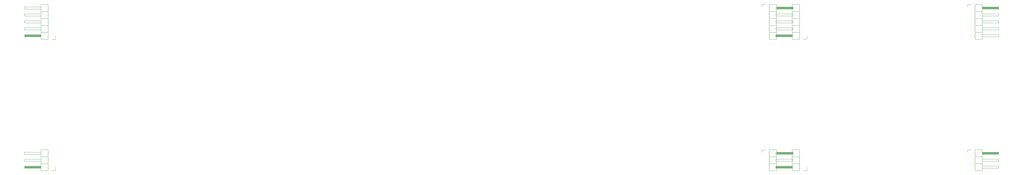
<source format=gto>
G04 #@! TF.GenerationSoftware,KiCad,Pcbnew,8.0.3*
G04 #@! TF.CreationDate,2024-09-06T14:15:15-05:00*
G04 #@! TF.ProjectId,keyboard,6b657962-6f61-4726-942e-6b696361645f,rev?*
G04 #@! TF.SameCoordinates,Original*
G04 #@! TF.FileFunction,Legend,Top*
G04 #@! TF.FilePolarity,Positive*
%FSLAX46Y46*%
G04 Gerber Fmt 4.6, Leading zero omitted, Abs format (unit mm)*
G04 Created by KiCad (PCBNEW 8.0.3) date 2024-09-06 14:15:15*
%MOMM*%
%LPD*%
G01*
G04 APERTURE LIST*
%ADD10C,0.120000*%
%ADD11C,5.100000*%
%ADD12C,1.701800*%
%ADD13C,3.987800*%
%ADD14O,2.700000X1.700000*%
%ADD15C,3.048000*%
%ADD16C,1.524000*%
G04 APERTURE END LIST*
D10*
X35143750Y-112650000D02*
X41143750Y-112650000D01*
X35143750Y-113410000D02*
X35143750Y-112650000D01*
X35143750Y-115190000D02*
X41143750Y-115190000D01*
X35143750Y-115950000D02*
X35143750Y-115190000D01*
X35143750Y-117730000D02*
X41143750Y-117730000D01*
X35143750Y-118490000D02*
X35143750Y-117730000D01*
X35143750Y-120270000D02*
X41143750Y-120270000D01*
X35143750Y-121030000D02*
X35143750Y-120270000D01*
X35143750Y-122810000D02*
X41143750Y-122810000D01*
X35143750Y-123570000D02*
X35143750Y-122810000D01*
X41143750Y-111700000D02*
X41143750Y-124520000D01*
X41143750Y-113410000D02*
X35143750Y-113410000D01*
X41143750Y-115950000D02*
X35143750Y-115950000D01*
X41143750Y-118490000D02*
X35143750Y-118490000D01*
X41143750Y-121030000D02*
X35143750Y-121030000D01*
X41143750Y-122910000D02*
X35143750Y-122910000D01*
X41143750Y-123030000D02*
X35143750Y-123030000D01*
X41143750Y-123150000D02*
X35143750Y-123150000D01*
X41143750Y-123270000D02*
X35143750Y-123270000D01*
X41143750Y-123390000D02*
X35143750Y-123390000D01*
X41143750Y-123510000D02*
X35143750Y-123510000D01*
X41143750Y-123570000D02*
X35143750Y-123570000D01*
X41143750Y-124520000D02*
X43803750Y-124520000D01*
X43803750Y-111700000D02*
X41143750Y-111700000D01*
X43803750Y-114300000D02*
X41143750Y-114300000D01*
X43803750Y-116840000D02*
X41143750Y-116840000D01*
X43803750Y-119380000D02*
X41143750Y-119380000D01*
X43803750Y-121920000D02*
X41143750Y-121920000D01*
X43803750Y-124520000D02*
X43803750Y-111700000D01*
X44133750Y-122810000D02*
X43803750Y-122810000D01*
X44133750Y-123570000D02*
X43803750Y-123570000D01*
X44200821Y-112650000D02*
X43803750Y-112650000D01*
X44200821Y-113410000D02*
X43803750Y-113410000D01*
X44200821Y-115190000D02*
X43803750Y-115190000D01*
X44200821Y-115950000D02*
X43803750Y-115950000D01*
X44200821Y-117730000D02*
X43803750Y-117730000D01*
X44200821Y-118490000D02*
X43803750Y-118490000D01*
X44200821Y-120270000D02*
X43803750Y-120270000D01*
X44200821Y-121030000D02*
X43803750Y-121030000D01*
X46513750Y-123190000D02*
X46513750Y-124460000D01*
X46513750Y-124460000D02*
X45243750Y-124460000D01*
X380911250Y-111760000D02*
X382181250Y-111760000D01*
X380911250Y-113030000D02*
X380911250Y-111760000D01*
X383224179Y-115190000D02*
X383621250Y-115190000D01*
X383224179Y-115950000D02*
X383621250Y-115950000D01*
X383224179Y-117730000D02*
X383621250Y-117730000D01*
X383224179Y-118490000D02*
X383621250Y-118490000D01*
X383224179Y-120270000D02*
X383621250Y-120270000D01*
X383224179Y-121030000D02*
X383621250Y-121030000D01*
X383224179Y-122810000D02*
X383621250Y-122810000D01*
X383224179Y-123570000D02*
X383621250Y-123570000D01*
X383291250Y-112650000D02*
X383621250Y-112650000D01*
X383291250Y-113410000D02*
X383621250Y-113410000D01*
X383621250Y-111700000D02*
X383621250Y-124520000D01*
X383621250Y-114300000D02*
X386281250Y-114300000D01*
X383621250Y-116840000D02*
X386281250Y-116840000D01*
X383621250Y-119380000D02*
X386281250Y-119380000D01*
X383621250Y-121920000D02*
X386281250Y-121920000D01*
X383621250Y-124520000D02*
X386281250Y-124520000D01*
X386281250Y-111700000D02*
X383621250Y-111700000D01*
X386281250Y-112650000D02*
X392281250Y-112650000D01*
X386281250Y-112710000D02*
X392281250Y-112710000D01*
X386281250Y-112830000D02*
X392281250Y-112830000D01*
X386281250Y-112950000D02*
X392281250Y-112950000D01*
X386281250Y-113070000D02*
X392281250Y-113070000D01*
X386281250Y-113190000D02*
X392281250Y-113190000D01*
X386281250Y-113310000D02*
X392281250Y-113310000D01*
X386281250Y-115190000D02*
X392281250Y-115190000D01*
X386281250Y-117730000D02*
X392281250Y-117730000D01*
X386281250Y-120270000D02*
X392281250Y-120270000D01*
X386281250Y-122810000D02*
X392281250Y-122810000D01*
X386281250Y-124520000D02*
X386281250Y-111700000D01*
X392281250Y-112650000D02*
X392281250Y-113410000D01*
X392281250Y-113410000D02*
X386281250Y-113410000D01*
X392281250Y-115190000D02*
X392281250Y-115950000D01*
X392281250Y-115950000D02*
X386281250Y-115950000D01*
X392281250Y-117730000D02*
X392281250Y-118490000D01*
X392281250Y-118490000D02*
X386281250Y-118490000D01*
X392281250Y-120270000D02*
X392281250Y-121030000D01*
X392281250Y-121030000D02*
X386281250Y-121030000D01*
X392281250Y-122810000D02*
X392281250Y-123570000D01*
X392281250Y-123570000D02*
X386281250Y-123570000D01*
X310575000Y-112650000D02*
X316575000Y-112650000D01*
X310575000Y-113410000D02*
X310575000Y-112650000D01*
X310575000Y-115190000D02*
X316575000Y-115190000D01*
X310575000Y-115950000D02*
X310575000Y-115190000D01*
X310575000Y-117730000D02*
X316575000Y-117730000D01*
X310575000Y-118490000D02*
X310575000Y-117730000D01*
X310575000Y-120270000D02*
X316575000Y-120270000D01*
X310575000Y-121030000D02*
X310575000Y-120270000D01*
X310575000Y-122810000D02*
X316575000Y-122810000D01*
X310575000Y-123570000D02*
X310575000Y-122810000D01*
X316575000Y-111700000D02*
X316575000Y-124520000D01*
X316575000Y-113410000D02*
X310575000Y-113410000D01*
X316575000Y-115950000D02*
X310575000Y-115950000D01*
X316575000Y-118490000D02*
X310575000Y-118490000D01*
X316575000Y-121030000D02*
X310575000Y-121030000D01*
X316575000Y-122910000D02*
X310575000Y-122910000D01*
X316575000Y-123030000D02*
X310575000Y-123030000D01*
X316575000Y-123150000D02*
X310575000Y-123150000D01*
X316575000Y-123270000D02*
X310575000Y-123270000D01*
X316575000Y-123390000D02*
X310575000Y-123390000D01*
X316575000Y-123510000D02*
X310575000Y-123510000D01*
X316575000Y-123570000D02*
X310575000Y-123570000D01*
X316575000Y-124520000D02*
X319235000Y-124520000D01*
X319235000Y-111700000D02*
X316575000Y-111700000D01*
X319235000Y-114300000D02*
X316575000Y-114300000D01*
X319235000Y-116840000D02*
X316575000Y-116840000D01*
X319235000Y-119380000D02*
X316575000Y-119380000D01*
X319235000Y-121920000D02*
X316575000Y-121920000D01*
X319235000Y-124520000D02*
X319235000Y-111700000D01*
X319565000Y-122810000D02*
X319235000Y-122810000D01*
X319565000Y-123570000D02*
X319235000Y-123570000D01*
X319632071Y-112650000D02*
X319235000Y-112650000D01*
X319632071Y-113410000D02*
X319235000Y-113410000D01*
X319632071Y-115190000D02*
X319235000Y-115190000D01*
X319632071Y-115950000D02*
X319235000Y-115950000D01*
X319632071Y-117730000D02*
X319235000Y-117730000D01*
X319632071Y-118490000D02*
X319235000Y-118490000D01*
X319632071Y-120270000D02*
X319235000Y-120270000D01*
X319632071Y-121030000D02*
X319235000Y-121030000D01*
X321945000Y-123190000D02*
X321945000Y-124460000D01*
X321945000Y-124460000D02*
X320675000Y-124460000D01*
X305505000Y-165100000D02*
X306775000Y-165100000D01*
X305505000Y-166370000D02*
X305505000Y-165100000D01*
X307817929Y-168530000D02*
X308215000Y-168530000D01*
X307817929Y-169290000D02*
X308215000Y-169290000D01*
X307817929Y-171070000D02*
X308215000Y-171070000D01*
X307817929Y-171830000D02*
X308215000Y-171830000D01*
X307885000Y-165990000D02*
X308215000Y-165990000D01*
X307885000Y-166750000D02*
X308215000Y-166750000D01*
X308215000Y-165040000D02*
X308215000Y-172780000D01*
X308215000Y-167640000D02*
X310875000Y-167640000D01*
X308215000Y-170180000D02*
X310875000Y-170180000D01*
X308215000Y-172780000D02*
X310875000Y-172780000D01*
X310875000Y-165040000D02*
X308215000Y-165040000D01*
X310875000Y-165990000D02*
X316875000Y-165990000D01*
X310875000Y-166050000D02*
X316875000Y-166050000D01*
X310875000Y-166170000D02*
X316875000Y-166170000D01*
X310875000Y-166290000D02*
X316875000Y-166290000D01*
X310875000Y-166410000D02*
X316875000Y-166410000D01*
X310875000Y-166530000D02*
X316875000Y-166530000D01*
X310875000Y-166650000D02*
X316875000Y-166650000D01*
X310875000Y-168530000D02*
X316875000Y-168530000D01*
X310875000Y-171070000D02*
X316875000Y-171070000D01*
X310875000Y-172780000D02*
X310875000Y-165040000D01*
X316875000Y-165990000D02*
X316875000Y-166750000D01*
X316875000Y-166750000D02*
X310875000Y-166750000D01*
X316875000Y-168530000D02*
X316875000Y-169290000D01*
X316875000Y-169290000D02*
X310875000Y-169290000D01*
X316875000Y-171070000D02*
X316875000Y-171830000D01*
X316875000Y-171830000D02*
X310875000Y-171830000D01*
X305505000Y-111760000D02*
X306775000Y-111760000D01*
X305505000Y-113030000D02*
X305505000Y-111760000D01*
X307817929Y-115190000D02*
X308215000Y-115190000D01*
X307817929Y-115950000D02*
X308215000Y-115950000D01*
X307817929Y-117730000D02*
X308215000Y-117730000D01*
X307817929Y-118490000D02*
X308215000Y-118490000D01*
X307817929Y-120270000D02*
X308215000Y-120270000D01*
X307817929Y-121030000D02*
X308215000Y-121030000D01*
X307817929Y-122810000D02*
X308215000Y-122810000D01*
X307817929Y-123570000D02*
X308215000Y-123570000D01*
X307885000Y-112650000D02*
X308215000Y-112650000D01*
X307885000Y-113410000D02*
X308215000Y-113410000D01*
X308215000Y-111700000D02*
X308215000Y-124520000D01*
X308215000Y-114300000D02*
X310875000Y-114300000D01*
X308215000Y-116840000D02*
X310875000Y-116840000D01*
X308215000Y-119380000D02*
X310875000Y-119380000D01*
X308215000Y-121920000D02*
X310875000Y-121920000D01*
X308215000Y-124520000D02*
X310875000Y-124520000D01*
X310875000Y-111700000D02*
X308215000Y-111700000D01*
X310875000Y-112650000D02*
X316875000Y-112650000D01*
X310875000Y-112710000D02*
X316875000Y-112710000D01*
X310875000Y-112830000D02*
X316875000Y-112830000D01*
X310875000Y-112950000D02*
X316875000Y-112950000D01*
X310875000Y-113070000D02*
X316875000Y-113070000D01*
X310875000Y-113190000D02*
X316875000Y-113190000D01*
X310875000Y-113310000D02*
X316875000Y-113310000D01*
X310875000Y-115190000D02*
X316875000Y-115190000D01*
X310875000Y-117730000D02*
X316875000Y-117730000D01*
X310875000Y-120270000D02*
X316875000Y-120270000D01*
X310875000Y-122810000D02*
X316875000Y-122810000D01*
X310875000Y-124520000D02*
X310875000Y-111700000D01*
X316875000Y-112650000D02*
X316875000Y-113410000D01*
X316875000Y-113410000D02*
X310875000Y-113410000D01*
X316875000Y-115190000D02*
X316875000Y-115950000D01*
X316875000Y-115950000D02*
X310875000Y-115950000D01*
X316875000Y-117730000D02*
X316875000Y-118490000D01*
X316875000Y-118490000D02*
X310875000Y-118490000D01*
X316875000Y-120270000D02*
X316875000Y-121030000D01*
X316875000Y-121030000D02*
X310875000Y-121030000D01*
X316875000Y-122810000D02*
X316875000Y-123570000D01*
X316875000Y-123570000D02*
X310875000Y-123570000D01*
X380911250Y-165100000D02*
X382181250Y-165100000D01*
X380911250Y-166370000D02*
X380911250Y-165100000D01*
X383224179Y-168530000D02*
X383621250Y-168530000D01*
X383224179Y-169290000D02*
X383621250Y-169290000D01*
X383224179Y-171070000D02*
X383621250Y-171070000D01*
X383224179Y-171830000D02*
X383621250Y-171830000D01*
X383291250Y-165990000D02*
X383621250Y-165990000D01*
X383291250Y-166750000D02*
X383621250Y-166750000D01*
X383621250Y-165040000D02*
X383621250Y-172780000D01*
X383621250Y-167640000D02*
X386281250Y-167640000D01*
X383621250Y-170180000D02*
X386281250Y-170180000D01*
X383621250Y-172780000D02*
X386281250Y-172780000D01*
X386281250Y-165040000D02*
X383621250Y-165040000D01*
X386281250Y-165990000D02*
X392281250Y-165990000D01*
X386281250Y-166050000D02*
X392281250Y-166050000D01*
X386281250Y-166170000D02*
X392281250Y-166170000D01*
X386281250Y-166290000D02*
X392281250Y-166290000D01*
X386281250Y-166410000D02*
X392281250Y-166410000D01*
X386281250Y-166530000D02*
X392281250Y-166530000D01*
X386281250Y-166650000D02*
X392281250Y-166650000D01*
X386281250Y-168530000D02*
X392281250Y-168530000D01*
X386281250Y-171070000D02*
X392281250Y-171070000D01*
X386281250Y-172780000D02*
X386281250Y-165040000D01*
X392281250Y-165990000D02*
X392281250Y-166750000D01*
X392281250Y-166750000D02*
X386281250Y-166750000D01*
X392281250Y-168530000D02*
X392281250Y-169290000D01*
X392281250Y-169290000D02*
X386281250Y-169290000D01*
X392281250Y-171070000D02*
X392281250Y-171830000D01*
X392281250Y-171830000D02*
X386281250Y-171830000D01*
X35143750Y-165990000D02*
X41143750Y-165990000D01*
X35143750Y-166750000D02*
X35143750Y-165990000D01*
X35143750Y-168530000D02*
X41143750Y-168530000D01*
X35143750Y-169290000D02*
X35143750Y-168530000D01*
X35143750Y-171070000D02*
X41143750Y-171070000D01*
X35143750Y-171830000D02*
X35143750Y-171070000D01*
X41143750Y-165040000D02*
X41143750Y-172780000D01*
X41143750Y-166750000D02*
X35143750Y-166750000D01*
X41143750Y-169290000D02*
X35143750Y-169290000D01*
X41143750Y-171170000D02*
X35143750Y-171170000D01*
X41143750Y-171290000D02*
X35143750Y-171290000D01*
X41143750Y-171410000D02*
X35143750Y-171410000D01*
X41143750Y-171530000D02*
X35143750Y-171530000D01*
X41143750Y-171650000D02*
X35143750Y-171650000D01*
X41143750Y-171770000D02*
X35143750Y-171770000D01*
X41143750Y-171830000D02*
X35143750Y-171830000D01*
X41143750Y-172780000D02*
X43803750Y-172780000D01*
X43803750Y-165040000D02*
X41143750Y-165040000D01*
X43803750Y-167640000D02*
X41143750Y-167640000D01*
X43803750Y-170180000D02*
X41143750Y-170180000D01*
X43803750Y-172780000D02*
X43803750Y-165040000D01*
X44133750Y-171070000D02*
X43803750Y-171070000D01*
X44133750Y-171830000D02*
X43803750Y-171830000D01*
X44200821Y-165990000D02*
X43803750Y-165990000D01*
X44200821Y-166750000D02*
X43803750Y-166750000D01*
X44200821Y-168530000D02*
X43803750Y-168530000D01*
X44200821Y-169290000D02*
X43803750Y-169290000D01*
X46513750Y-171450000D02*
X46513750Y-172720000D01*
X46513750Y-172720000D02*
X45243750Y-172720000D01*
X310575000Y-165990000D02*
X316575000Y-165990000D01*
X310575000Y-166750000D02*
X310575000Y-165990000D01*
X310575000Y-168530000D02*
X316575000Y-168530000D01*
X310575000Y-169290000D02*
X310575000Y-168530000D01*
X310575000Y-171070000D02*
X316575000Y-171070000D01*
X310575000Y-171830000D02*
X310575000Y-171070000D01*
X316575000Y-165040000D02*
X316575000Y-172780000D01*
X316575000Y-166750000D02*
X310575000Y-166750000D01*
X316575000Y-169290000D02*
X310575000Y-169290000D01*
X316575000Y-171170000D02*
X310575000Y-171170000D01*
X316575000Y-171290000D02*
X310575000Y-171290000D01*
X316575000Y-171410000D02*
X310575000Y-171410000D01*
X316575000Y-171530000D02*
X310575000Y-171530000D01*
X316575000Y-171650000D02*
X310575000Y-171650000D01*
X316575000Y-171770000D02*
X310575000Y-171770000D01*
X316575000Y-171830000D02*
X310575000Y-171830000D01*
X316575000Y-172780000D02*
X319235000Y-172780000D01*
X319235000Y-165040000D02*
X316575000Y-165040000D01*
X319235000Y-167640000D02*
X316575000Y-167640000D01*
X319235000Y-170180000D02*
X316575000Y-170180000D01*
X319235000Y-172780000D02*
X319235000Y-165040000D01*
X319565000Y-171070000D02*
X319235000Y-171070000D01*
X319565000Y-171830000D02*
X319235000Y-171830000D01*
X319632071Y-165990000D02*
X319235000Y-165990000D01*
X319632071Y-166750000D02*
X319235000Y-166750000D01*
X319632071Y-168530000D02*
X319235000Y-168530000D01*
X319632071Y-169290000D02*
X319235000Y-169290000D01*
X321945000Y-171450000D02*
X321945000Y-172720000D01*
X321945000Y-172720000D02*
X320675000Y-172720000D01*
%LPC*%
D11*
X76200000Y-113506250D03*
D12*
X327342500Y-170656250D03*
D13*
X332422500Y-170656250D03*
D12*
X337502500Y-170656250D03*
D11*
X95250000Y-170656250D03*
D12*
X137795000Y-132556250D03*
D13*
X142875000Y-132556250D03*
D12*
X147955000Y-132556250D03*
X223520000Y-151606250D03*
D13*
X228600000Y-151606250D03*
D12*
X233680000Y-151606250D03*
D11*
X219075000Y-132556250D03*
X57150000Y-113506250D03*
D12*
X90170000Y-170656250D03*
D13*
X95250000Y-170656250D03*
D12*
X100330000Y-170656250D03*
X285432500Y-151606250D03*
D13*
X290512500Y-151606250D03*
D12*
X295592500Y-151606250D03*
D11*
X295275000Y-132556250D03*
X200025000Y-132556250D03*
X123825000Y-132556250D03*
D14*
X45243750Y-123190000D03*
X45243750Y-120650000D03*
X45243750Y-118110000D03*
X45243750Y-115570000D03*
X45243750Y-113030000D03*
D12*
X327342500Y-113506250D03*
D13*
X332422500Y-113506250D03*
D12*
X337502500Y-113506250D03*
D11*
X261937500Y-170656250D03*
D12*
X128270000Y-113506250D03*
D13*
X133350000Y-113506250D03*
D12*
X138430000Y-113506250D03*
D11*
X370522500Y-170656250D03*
D12*
X285432500Y-113506250D03*
D13*
X290512500Y-113506250D03*
D12*
X295592500Y-113506250D03*
X271145000Y-132556250D03*
D13*
X276225000Y-132556250D03*
D12*
X281305000Y-132556250D03*
X147320000Y-113506250D03*
D13*
X152400000Y-113506250D03*
D12*
X157480000Y-113506250D03*
D11*
X332422500Y-113506250D03*
X332422500Y-170656250D03*
X114300000Y-113506250D03*
X190500000Y-151606250D03*
D12*
X71120000Y-113506250D03*
D13*
X76200000Y-113506250D03*
D12*
X81280000Y-113506250D03*
X327342500Y-132556250D03*
D13*
X332422500Y-132556250D03*
D12*
X337502500Y-132556250D03*
D11*
X370522500Y-132556250D03*
D14*
X382181250Y-113030000D03*
X382181250Y-115570000D03*
X382181250Y-118110000D03*
X382181250Y-120650000D03*
X382181250Y-123190000D03*
D11*
X351472500Y-113506250D03*
D12*
X185420000Y-113506250D03*
D13*
X190500000Y-113506250D03*
D12*
X195580000Y-113506250D03*
D11*
X66675000Y-151606250D03*
X351472500Y-132556250D03*
D15*
X54737000Y-144621250D03*
D13*
X54737000Y-159861250D03*
D12*
X61595000Y-151606250D03*
D13*
X66675000Y-151606250D03*
D12*
X71755000Y-151606250D03*
D15*
X78613000Y-144621250D03*
D13*
X78613000Y-159861250D03*
D14*
X320675000Y-123190000D03*
X320675000Y-120650000D03*
X320675000Y-118110000D03*
X320675000Y-115570000D03*
X320675000Y-113030000D03*
D11*
X95250000Y-151606250D03*
X257175000Y-132556250D03*
X142875000Y-132556250D03*
D12*
X90170000Y-113506250D03*
D13*
X95250000Y-113506250D03*
D12*
X100330000Y-113506250D03*
D11*
X152400000Y-151606250D03*
D12*
X365442500Y-151606250D03*
D13*
X370522500Y-151606250D03*
D12*
X375602500Y-151606250D03*
D11*
X133350000Y-113506250D03*
D12*
X99695000Y-132556250D03*
D13*
X104775000Y-132556250D03*
D12*
X109855000Y-132556250D03*
X80645000Y-132556250D03*
D13*
X85725000Y-132556250D03*
D12*
X90805000Y-132556250D03*
D11*
X266700000Y-113506250D03*
X240506250Y-170656250D03*
X190500000Y-113506250D03*
D12*
X175895000Y-132556250D03*
D13*
X180975000Y-132556250D03*
D12*
X186055000Y-132556250D03*
X194945000Y-132556250D03*
D13*
X200025000Y-132556250D03*
D12*
X205105000Y-132556250D03*
D11*
X114300000Y-151606250D03*
D12*
X213995000Y-132556250D03*
D13*
X219075000Y-132556250D03*
D12*
X224155000Y-132556250D03*
X90170000Y-151606250D03*
D13*
X95250000Y-151606250D03*
D12*
X100330000Y-151606250D03*
D11*
X152400000Y-113506250D03*
X247650000Y-151606250D03*
X209550000Y-113506250D03*
X228600000Y-151606250D03*
D14*
X306775000Y-166370000D03*
X306775000Y-168910000D03*
X306775000Y-171450000D03*
D12*
X166370000Y-113506250D03*
D13*
X171450000Y-113506250D03*
D12*
X176530000Y-113506250D03*
D11*
X104775000Y-132556250D03*
X266700000Y-151606250D03*
D12*
X204470000Y-113506250D03*
D13*
X209550000Y-113506250D03*
D12*
X214630000Y-113506250D03*
X109220000Y-113506250D03*
D13*
X114300000Y-113506250D03*
D12*
X119380000Y-113506250D03*
X166370000Y-151606250D03*
D13*
X171450000Y-151606250D03*
D12*
X176530000Y-151606250D03*
D11*
X351472500Y-151606250D03*
D12*
X66357500Y-170656250D03*
D13*
X71437500Y-170656250D03*
D12*
X76517500Y-170656250D03*
D11*
X133350000Y-151606250D03*
D12*
X128270000Y-151606250D03*
D13*
X133350000Y-151606250D03*
D12*
X138430000Y-151606250D03*
X346392500Y-113506250D03*
D13*
X351472500Y-113506250D03*
D12*
X356552500Y-113506250D03*
X346392500Y-170656250D03*
D13*
X351472500Y-170656250D03*
D12*
X356552500Y-170656250D03*
X52070000Y-113506250D03*
D13*
X57150000Y-113506250D03*
D12*
X62230000Y-113506250D03*
D11*
X171450000Y-151606250D03*
D12*
X147320000Y-151606250D03*
D13*
X152400000Y-151606250D03*
D12*
X157480000Y-151606250D03*
X233045000Y-132556250D03*
D13*
X238125000Y-132556250D03*
D12*
X243205000Y-132556250D03*
D11*
X209550000Y-151606250D03*
X370522500Y-113506250D03*
D12*
X261620000Y-113506250D03*
D13*
X266700000Y-113506250D03*
D12*
X271780000Y-113506250D03*
X346392500Y-151606250D03*
D13*
X351472500Y-151606250D03*
D12*
X356552500Y-151606250D03*
X235426250Y-170656250D03*
D13*
X240506250Y-170656250D03*
D12*
X245586250Y-170656250D03*
D14*
X306775000Y-113030000D03*
X306775000Y-115570000D03*
X306775000Y-118110000D03*
X306775000Y-120650000D03*
X306775000Y-123190000D03*
D11*
X247650000Y-113506250D03*
X169068750Y-170656250D03*
X95250000Y-113506250D03*
X351472500Y-170656250D03*
D12*
X327342500Y-151606250D03*
D13*
X332422500Y-151606250D03*
D12*
X337502500Y-151606250D03*
D11*
X332422500Y-132556250D03*
X290512500Y-151606250D03*
D14*
X382181250Y-166370000D03*
X382181250Y-168910000D03*
X382181250Y-171450000D03*
D12*
X261620000Y-151606250D03*
D13*
X266700000Y-151606250D03*
D12*
X271780000Y-151606250D03*
D11*
X283368750Y-170656250D03*
D12*
X290195000Y-132556250D03*
D13*
X295275000Y-132556250D03*
D12*
X300355000Y-132556250D03*
D11*
X370522500Y-151606250D03*
X332422500Y-151606250D03*
X71437500Y-170656250D03*
X61912500Y-132556250D03*
D12*
X278288750Y-170656250D03*
D13*
X283368750Y-170656250D03*
D12*
X288448750Y-170656250D03*
D11*
X180975000Y-132556250D03*
X290512500Y-113506250D03*
D12*
X256857500Y-170656250D03*
D13*
X261937500Y-170656250D03*
D12*
X267017500Y-170656250D03*
X346392500Y-132556250D03*
D13*
X351472500Y-132556250D03*
D12*
X356552500Y-132556250D03*
X56832500Y-132556250D03*
D13*
X61912500Y-132556250D03*
D12*
X66992500Y-132556250D03*
X252095000Y-132556250D03*
D13*
X257175000Y-132556250D03*
D12*
X262255000Y-132556250D03*
X109220000Y-151606250D03*
D13*
X114300000Y-151606250D03*
D12*
X119380000Y-151606250D03*
X156845000Y-132556250D03*
D13*
X161925000Y-132556250D03*
D12*
X167005000Y-132556250D03*
X204470000Y-151606250D03*
D13*
X209550000Y-151606250D03*
D12*
X214630000Y-151606250D03*
D15*
X119068750Y-163671250D03*
D13*
X119068750Y-178911250D03*
D12*
X163988750Y-170656250D03*
D13*
X169068750Y-170656250D03*
D12*
X174148750Y-170656250D03*
D15*
X219068750Y-163671250D03*
D13*
X219068750Y-178911250D03*
D14*
X45243750Y-171450000D03*
X45243750Y-168910000D03*
X45243750Y-166370000D03*
D12*
X365442500Y-113506250D03*
D13*
X370522500Y-113506250D03*
D12*
X375602500Y-113506250D03*
X242570000Y-151606250D03*
D13*
X247650000Y-151606250D03*
D12*
X252730000Y-151606250D03*
D11*
X171450000Y-113506250D03*
D12*
X185420000Y-151606250D03*
D13*
X190500000Y-151606250D03*
D12*
X195580000Y-151606250D03*
X365442500Y-170656250D03*
D13*
X370522500Y-170656250D03*
D12*
X375602500Y-170656250D03*
X242570000Y-113506250D03*
D13*
X247650000Y-113506250D03*
D12*
X252730000Y-113506250D03*
X223520000Y-113506250D03*
D13*
X228600000Y-113506250D03*
D12*
X233680000Y-113506250D03*
D11*
X228600000Y-113506250D03*
X161925000Y-132556250D03*
X238125000Y-132556250D03*
D14*
X320675000Y-171450000D03*
X320675000Y-168910000D03*
X320675000Y-166370000D03*
D12*
X118745000Y-132556250D03*
D13*
X123825000Y-132556250D03*
D12*
X128905000Y-132556250D03*
X365442500Y-132556250D03*
D13*
X370522500Y-132556250D03*
D12*
X375602500Y-132556250D03*
D11*
X85725000Y-132556250D03*
X276225000Y-132556250D03*
D16*
X190500000Y-180086000D03*
X193040000Y-180086000D03*
X195580000Y-180086000D03*
X198120000Y-180086000D03*
X200660000Y-180086000D03*
X203200000Y-180086000D03*
X205740000Y-180086000D03*
X208280000Y-180086000D03*
X210820000Y-180086000D03*
X210820000Y-177546000D03*
X210820000Y-175006000D03*
X210820000Y-172466000D03*
X210820000Y-169926000D03*
X210820000Y-167386000D03*
X210820000Y-164846000D03*
X208280000Y-164846000D03*
X205740000Y-164846000D03*
X203200000Y-164846000D03*
X200660000Y-164846000D03*
X198120000Y-164846000D03*
X195580000Y-164846000D03*
X193040000Y-164846000D03*
X190500000Y-164846000D03*
%LPD*%
M02*

</source>
